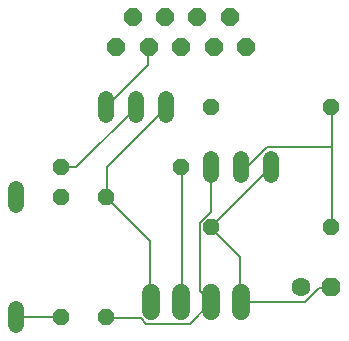
<source format=gbr>
G04 EAGLE Gerber RS-274X export*
G75*
%MOMM*%
%FSLAX34Y34*%
%LPD*%
%INTop Copper*%
%IPPOS*%
%AMOC8*
5,1,8,0,0,1.08239X$1,22.5*%
G01*
%ADD10P,1.732040X8X22.500000*%
%ADD11C,1.600200*%
%ADD12C,1.320800*%
%ADD13P,1.429621X8X112.500000*%
%ADD14P,1.429621X8X22.500000*%
%ADD15P,1.429621X8X202.500000*%
%ADD16P,1.649562X8X22.500000*%
%ADD17C,1.508000*%
%ADD18C,0.152400*%


D10*
X292100Y50800D03*
D11*
X266700Y50800D03*
D12*
X25400Y120396D02*
X25400Y133604D01*
X25400Y32004D02*
X25400Y18796D01*
D13*
X101600Y25400D03*
X101600Y127000D03*
D14*
X190500Y101600D03*
X292100Y101600D03*
D13*
X63500Y25400D03*
X63500Y127000D03*
D15*
X292100Y203200D03*
X190500Y203200D03*
D14*
X63500Y152400D03*
X165100Y152400D03*
D16*
X110236Y254000D03*
X137668Y254000D03*
X165100Y254000D03*
X192532Y254000D03*
X219964Y254000D03*
X123952Y279400D03*
X151384Y279400D03*
X178816Y279400D03*
X206248Y279400D03*
D17*
X139700Y45640D02*
X139700Y30560D01*
X165100Y30560D02*
X165100Y45640D01*
X190500Y45640D02*
X190500Y30560D01*
X215900Y30560D02*
X215900Y45640D01*
D12*
X190500Y145796D02*
X190500Y159004D01*
X241300Y159004D02*
X241300Y145796D01*
X215900Y145796D02*
X215900Y159004D01*
X101600Y196596D02*
X101600Y209804D01*
X152400Y209804D02*
X152400Y196596D01*
X127000Y196596D02*
X127000Y209804D01*
D18*
X190500Y102108D02*
X240792Y152400D01*
X190500Y102108D02*
X190500Y101600D01*
X240792Y152400D02*
X241300Y152400D01*
X214884Y76200D02*
X214884Y38100D01*
X214884Y76200D02*
X190500Y100584D01*
X214884Y38100D02*
X215900Y38100D01*
X190500Y100584D02*
X190500Y101600D01*
X281940Y50292D02*
X291084Y50292D01*
X281940Y50292D02*
X269748Y38100D01*
X216408Y38100D01*
X291084Y50292D02*
X292100Y50800D01*
X216408Y38100D02*
X215900Y38100D01*
X131064Y24384D02*
X102108Y24384D01*
X131064Y24384D02*
X135636Y19812D01*
X172212Y19812D01*
X190500Y38100D01*
X102108Y24384D02*
X101600Y25400D01*
X190500Y114300D02*
X190500Y152400D01*
X190500Y114300D02*
X181356Y105156D01*
X181356Y47244D01*
X190500Y38100D01*
X292608Y169164D02*
X292608Y202692D01*
X292608Y169164D02*
X292608Y102108D01*
X292100Y101600D01*
X292608Y202692D02*
X292100Y203200D01*
X220980Y152400D02*
X216408Y152400D01*
X220980Y152400D02*
X237744Y169164D01*
X292608Y169164D01*
X216408Y152400D02*
X215900Y152400D01*
X62484Y25908D02*
X25908Y25908D01*
X25400Y25400D01*
X62484Y25908D02*
X63500Y25400D01*
X137160Y239268D02*
X137160Y252984D01*
X137160Y239268D02*
X102108Y204216D01*
X137160Y252984D02*
X137668Y254000D01*
X102108Y204216D02*
X101600Y203200D01*
X76200Y152400D02*
X64008Y152400D01*
X76200Y152400D02*
X126492Y202692D01*
X64008Y152400D02*
X63500Y152400D01*
X126492Y202692D02*
X127000Y203200D01*
X166116Y152400D02*
X166116Y38100D01*
X166116Y152400D02*
X165100Y152400D01*
X165100Y38100D02*
X166116Y38100D01*
X102108Y128016D02*
X102108Y152400D01*
X152400Y202692D01*
X102108Y128016D02*
X101600Y127000D01*
X152400Y202692D02*
X152400Y203200D01*
X138684Y89916D02*
X138684Y38100D01*
X138684Y89916D02*
X102108Y126492D01*
X138684Y38100D02*
X139700Y38100D01*
X102108Y126492D02*
X101600Y127000D01*
M02*

</source>
